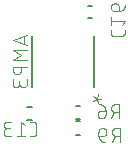
<source format=gbr>
G04 EAGLE Gerber RS-274X export*
G75*
%MOMM*%
%FSLAX34Y34*%
%LPD*%
%INSilkscreen Bottom*%
%IPPOS*%
%AMOC8*
5,1,8,0,0,1.08239X$1,22.5*%
G01*
%ADD10C,0.152400*%
%ADD11C,0.076200*%


D10*
X462868Y736688D02*
X466932Y736688D01*
X466932Y725512D02*
X462868Y725512D01*
D11*
X499485Y725931D02*
X499485Y737869D01*
X496169Y737869D01*
X496055Y737867D01*
X495940Y737861D01*
X495826Y737851D01*
X495713Y737837D01*
X495599Y737820D01*
X495487Y737798D01*
X495375Y737773D01*
X495265Y737743D01*
X495155Y737710D01*
X495047Y737673D01*
X494940Y737633D01*
X494834Y737588D01*
X494730Y737541D01*
X494628Y737489D01*
X494528Y737434D01*
X494429Y737376D01*
X494333Y737314D01*
X494238Y737249D01*
X494147Y737181D01*
X494057Y737109D01*
X493970Y737035D01*
X493886Y736958D01*
X493804Y736877D01*
X493725Y736794D01*
X493649Y736709D01*
X493576Y736620D01*
X493507Y736530D01*
X493440Y736437D01*
X493377Y736341D01*
X493317Y736244D01*
X493260Y736144D01*
X493207Y736043D01*
X493157Y735940D01*
X493111Y735835D01*
X493068Y735729D01*
X493030Y735621D01*
X492995Y735512D01*
X492964Y735402D01*
X492936Y735291D01*
X492913Y735179D01*
X492893Y735066D01*
X492877Y734953D01*
X492865Y734839D01*
X492857Y734725D01*
X492853Y734610D01*
X492853Y734496D01*
X492857Y734381D01*
X492865Y734267D01*
X492877Y734153D01*
X492893Y734040D01*
X492913Y733927D01*
X492936Y733815D01*
X492964Y733704D01*
X492995Y733594D01*
X493030Y733485D01*
X493068Y733377D01*
X493111Y733271D01*
X493157Y733166D01*
X493207Y733063D01*
X493260Y732962D01*
X493317Y732862D01*
X493377Y732765D01*
X493440Y732669D01*
X493507Y732576D01*
X493576Y732486D01*
X493649Y732397D01*
X493725Y732312D01*
X493804Y732229D01*
X493886Y732148D01*
X493970Y732071D01*
X494057Y731997D01*
X494147Y731925D01*
X494238Y731857D01*
X494333Y731792D01*
X494429Y731730D01*
X494528Y731672D01*
X494628Y731617D01*
X494730Y731565D01*
X494834Y731518D01*
X494940Y731473D01*
X495047Y731433D01*
X495155Y731396D01*
X495265Y731363D01*
X495375Y731333D01*
X495487Y731308D01*
X495599Y731286D01*
X495713Y731269D01*
X495826Y731255D01*
X495940Y731245D01*
X496055Y731239D01*
X496169Y731237D01*
X499485Y731237D01*
X495506Y731237D02*
X492853Y725931D01*
X488119Y732563D02*
X484140Y732563D01*
X484038Y732561D01*
X483937Y732555D01*
X483836Y732545D01*
X483735Y732532D01*
X483635Y732514D01*
X483536Y732493D01*
X483437Y732468D01*
X483340Y732439D01*
X483243Y732407D01*
X483148Y732371D01*
X483055Y732331D01*
X482963Y732288D01*
X482873Y732241D01*
X482784Y732190D01*
X482698Y732137D01*
X482614Y732080D01*
X482532Y732020D01*
X482452Y731957D01*
X482375Y731891D01*
X482300Y731822D01*
X482228Y731750D01*
X482159Y731675D01*
X482093Y731598D01*
X482030Y731518D01*
X481970Y731436D01*
X481913Y731352D01*
X481860Y731266D01*
X481809Y731177D01*
X481762Y731087D01*
X481719Y730995D01*
X481679Y730902D01*
X481643Y730807D01*
X481611Y730710D01*
X481582Y730613D01*
X481557Y730515D01*
X481536Y730415D01*
X481518Y730315D01*
X481505Y730214D01*
X481495Y730113D01*
X481489Y730012D01*
X481487Y729910D01*
X481487Y729247D01*
X481489Y729133D01*
X481495Y729018D01*
X481505Y728904D01*
X481519Y728791D01*
X481536Y728677D01*
X481558Y728565D01*
X481583Y728453D01*
X481613Y728343D01*
X481646Y728233D01*
X481683Y728125D01*
X481723Y728018D01*
X481768Y727912D01*
X481815Y727808D01*
X481867Y727706D01*
X481922Y727606D01*
X481980Y727507D01*
X482042Y727411D01*
X482107Y727316D01*
X482175Y727225D01*
X482247Y727135D01*
X482321Y727048D01*
X482398Y726964D01*
X482479Y726882D01*
X482562Y726803D01*
X482647Y726727D01*
X482736Y726654D01*
X482826Y726585D01*
X482919Y726518D01*
X483015Y726455D01*
X483112Y726395D01*
X483212Y726338D01*
X483313Y726285D01*
X483416Y726235D01*
X483521Y726189D01*
X483627Y726146D01*
X483735Y726108D01*
X483844Y726073D01*
X483954Y726042D01*
X484065Y726014D01*
X484177Y725991D01*
X484290Y725971D01*
X484403Y725955D01*
X484517Y725943D01*
X484631Y725935D01*
X484746Y725931D01*
X484860Y725931D01*
X484975Y725935D01*
X485089Y725943D01*
X485203Y725955D01*
X485316Y725971D01*
X485429Y725991D01*
X485541Y726014D01*
X485652Y726042D01*
X485762Y726073D01*
X485871Y726108D01*
X485979Y726146D01*
X486085Y726189D01*
X486190Y726235D01*
X486293Y726285D01*
X486394Y726338D01*
X486494Y726395D01*
X486591Y726455D01*
X486687Y726518D01*
X486780Y726585D01*
X486870Y726654D01*
X486959Y726727D01*
X487044Y726803D01*
X487127Y726882D01*
X487208Y726964D01*
X487285Y727048D01*
X487359Y727135D01*
X487431Y727225D01*
X487499Y727316D01*
X487564Y727411D01*
X487626Y727507D01*
X487684Y727606D01*
X487739Y727706D01*
X487791Y727808D01*
X487838Y727912D01*
X487883Y728018D01*
X487923Y728125D01*
X487960Y728233D01*
X487993Y728343D01*
X488023Y728453D01*
X488048Y728565D01*
X488070Y728677D01*
X488087Y728791D01*
X488101Y728904D01*
X488111Y729018D01*
X488117Y729133D01*
X488119Y729247D01*
X488119Y732563D01*
X488120Y732563D02*
X488118Y732707D01*
X488112Y732850D01*
X488102Y732994D01*
X488089Y733137D01*
X488071Y733279D01*
X488050Y733421D01*
X488025Y733563D01*
X487996Y733704D01*
X487963Y733844D01*
X487927Y733983D01*
X487886Y734120D01*
X487842Y734257D01*
X487795Y734393D01*
X487743Y734527D01*
X487688Y734660D01*
X487630Y734791D01*
X487567Y734921D01*
X487502Y735048D01*
X487433Y735174D01*
X487360Y735299D01*
X487285Y735421D01*
X487206Y735541D01*
X487123Y735658D01*
X487038Y735774D01*
X486950Y735887D01*
X486858Y735998D01*
X486764Y736106D01*
X486666Y736212D01*
X486566Y736315D01*
X486463Y736415D01*
X486357Y736513D01*
X486249Y736607D01*
X486138Y736699D01*
X486025Y736787D01*
X485909Y736872D01*
X485792Y736955D01*
X485672Y737034D01*
X485550Y737109D01*
X485425Y737182D01*
X485299Y737251D01*
X485172Y737316D01*
X485042Y737379D01*
X484911Y737437D01*
X484778Y737492D01*
X484644Y737544D01*
X484508Y737591D01*
X484371Y737635D01*
X484234Y737676D01*
X484095Y737712D01*
X483955Y737745D01*
X483814Y737774D01*
X483672Y737799D01*
X483530Y737820D01*
X483388Y737838D01*
X483245Y737851D01*
X483101Y737861D01*
X482958Y737867D01*
X482814Y737869D01*
D10*
X425784Y752864D02*
X425784Y795536D01*
X478616Y795536D02*
X478616Y752864D01*
D11*
X480592Y742669D02*
X484571Y742669D01*
X480592Y742669D02*
X477607Y744990D01*
X480592Y742669D02*
X477607Y740347D01*
X480592Y742669D02*
X481918Y746316D01*
X480592Y742669D02*
X481918Y739021D01*
X421769Y796185D02*
X409831Y792206D01*
X421769Y788226D01*
X418785Y789221D02*
X418785Y795190D01*
X421769Y783612D02*
X409831Y783612D01*
X416463Y779633D01*
X409831Y775653D01*
X421769Y775653D01*
X421769Y769847D02*
X409831Y769847D01*
X409831Y766531D01*
X409833Y766417D01*
X409839Y766302D01*
X409849Y766188D01*
X409863Y766075D01*
X409880Y765961D01*
X409902Y765849D01*
X409927Y765737D01*
X409957Y765627D01*
X409990Y765517D01*
X410027Y765409D01*
X410067Y765302D01*
X410112Y765196D01*
X410159Y765092D01*
X410211Y764990D01*
X410266Y764890D01*
X410324Y764791D01*
X410386Y764695D01*
X410451Y764600D01*
X410519Y764509D01*
X410591Y764419D01*
X410665Y764332D01*
X410742Y764248D01*
X410823Y764166D01*
X410906Y764087D01*
X410991Y764011D01*
X411080Y763938D01*
X411170Y763869D01*
X411263Y763802D01*
X411359Y763739D01*
X411456Y763679D01*
X411556Y763622D01*
X411657Y763569D01*
X411760Y763519D01*
X411865Y763473D01*
X411971Y763430D01*
X412079Y763392D01*
X412188Y763357D01*
X412298Y763326D01*
X412409Y763298D01*
X412521Y763275D01*
X412634Y763255D01*
X412747Y763239D01*
X412861Y763227D01*
X412975Y763219D01*
X413090Y763215D01*
X413204Y763215D01*
X413319Y763219D01*
X413433Y763227D01*
X413547Y763239D01*
X413660Y763255D01*
X413773Y763275D01*
X413885Y763298D01*
X413996Y763326D01*
X414106Y763357D01*
X414215Y763392D01*
X414323Y763430D01*
X414429Y763473D01*
X414534Y763519D01*
X414637Y763569D01*
X414738Y763622D01*
X414838Y763679D01*
X414935Y763739D01*
X415031Y763802D01*
X415124Y763869D01*
X415214Y763938D01*
X415303Y764011D01*
X415388Y764087D01*
X415471Y764166D01*
X415552Y764248D01*
X415629Y764332D01*
X415703Y764419D01*
X415775Y764509D01*
X415843Y764600D01*
X415908Y764695D01*
X415970Y764791D01*
X416028Y764890D01*
X416083Y764990D01*
X416135Y765092D01*
X416182Y765196D01*
X416227Y765302D01*
X416267Y765409D01*
X416304Y765517D01*
X416337Y765627D01*
X416367Y765737D01*
X416392Y765849D01*
X416414Y765961D01*
X416431Y766075D01*
X416445Y766188D01*
X416455Y766302D01*
X416461Y766417D01*
X416463Y766531D01*
X416463Y769847D01*
X421769Y758946D02*
X421769Y755630D01*
X421767Y755516D01*
X421761Y755401D01*
X421751Y755287D01*
X421737Y755174D01*
X421720Y755060D01*
X421698Y754948D01*
X421673Y754836D01*
X421643Y754726D01*
X421610Y754616D01*
X421573Y754508D01*
X421533Y754401D01*
X421488Y754295D01*
X421441Y754191D01*
X421389Y754089D01*
X421334Y753989D01*
X421276Y753890D01*
X421214Y753794D01*
X421149Y753699D01*
X421081Y753608D01*
X421009Y753518D01*
X420935Y753431D01*
X420858Y753347D01*
X420777Y753265D01*
X420694Y753186D01*
X420609Y753110D01*
X420520Y753037D01*
X420430Y752968D01*
X420337Y752901D01*
X420241Y752838D01*
X420144Y752778D01*
X420044Y752721D01*
X419943Y752668D01*
X419840Y752618D01*
X419735Y752572D01*
X419629Y752529D01*
X419521Y752491D01*
X419412Y752456D01*
X419302Y752425D01*
X419191Y752397D01*
X419079Y752374D01*
X418966Y752354D01*
X418853Y752338D01*
X418739Y752326D01*
X418625Y752318D01*
X418510Y752314D01*
X418396Y752314D01*
X418281Y752318D01*
X418167Y752326D01*
X418053Y752338D01*
X417940Y752354D01*
X417827Y752374D01*
X417715Y752397D01*
X417604Y752425D01*
X417494Y752456D01*
X417385Y752491D01*
X417277Y752529D01*
X417171Y752572D01*
X417066Y752618D01*
X416963Y752668D01*
X416862Y752721D01*
X416762Y752778D01*
X416665Y752838D01*
X416569Y752901D01*
X416476Y752968D01*
X416386Y753037D01*
X416297Y753110D01*
X416212Y753186D01*
X416129Y753265D01*
X416048Y753347D01*
X415971Y753431D01*
X415897Y753518D01*
X415825Y753608D01*
X415757Y753699D01*
X415692Y753794D01*
X415630Y753890D01*
X415572Y753989D01*
X415517Y754089D01*
X415465Y754191D01*
X415418Y754295D01*
X415373Y754401D01*
X415333Y754508D01*
X415296Y754616D01*
X415263Y754726D01*
X415233Y754836D01*
X415208Y754948D01*
X415186Y755060D01*
X415169Y755174D01*
X415155Y755287D01*
X415145Y755401D01*
X415139Y755516D01*
X415137Y755630D01*
X409831Y754967D02*
X409831Y758946D01*
X409831Y754967D02*
X409833Y754865D01*
X409839Y754764D01*
X409849Y754663D01*
X409862Y754562D01*
X409880Y754462D01*
X409901Y754363D01*
X409926Y754264D01*
X409955Y754167D01*
X409987Y754070D01*
X410023Y753975D01*
X410063Y753882D01*
X410106Y753790D01*
X410153Y753700D01*
X410204Y753611D01*
X410257Y753525D01*
X410314Y753441D01*
X410374Y753359D01*
X410437Y753279D01*
X410503Y753202D01*
X410572Y753127D01*
X410644Y753055D01*
X410719Y752986D01*
X410796Y752920D01*
X410876Y752857D01*
X410958Y752797D01*
X411042Y752740D01*
X411128Y752687D01*
X411217Y752636D01*
X411307Y752589D01*
X411399Y752546D01*
X411492Y752506D01*
X411587Y752470D01*
X411684Y752438D01*
X411781Y752409D01*
X411880Y752384D01*
X411979Y752363D01*
X412079Y752345D01*
X412180Y752332D01*
X412281Y752322D01*
X412382Y752316D01*
X412484Y752314D01*
X412586Y752316D01*
X412687Y752322D01*
X412788Y752332D01*
X412889Y752345D01*
X412989Y752363D01*
X413088Y752384D01*
X413187Y752409D01*
X413284Y752438D01*
X413381Y752470D01*
X413476Y752506D01*
X413569Y752546D01*
X413661Y752589D01*
X413751Y752636D01*
X413840Y752687D01*
X413926Y752740D01*
X414010Y752797D01*
X414092Y752857D01*
X414172Y752920D01*
X414249Y752986D01*
X414324Y753055D01*
X414396Y753127D01*
X414465Y753202D01*
X414531Y753279D01*
X414594Y753359D01*
X414654Y753441D01*
X414711Y753525D01*
X414764Y753611D01*
X414815Y753700D01*
X414862Y753790D01*
X414905Y753882D01*
X414945Y753975D01*
X414981Y754070D01*
X415013Y754167D01*
X415042Y754264D01*
X415067Y754363D01*
X415088Y754462D01*
X415106Y754562D01*
X415119Y754663D01*
X415129Y754764D01*
X415135Y754865D01*
X415137Y754967D01*
X415137Y757619D01*
D10*
X462768Y712312D02*
X466832Y712312D01*
X466832Y723488D02*
X462768Y723488D01*
D11*
X500185Y717869D02*
X500185Y705931D01*
X500185Y717869D02*
X496869Y717869D01*
X496755Y717867D01*
X496640Y717861D01*
X496526Y717851D01*
X496413Y717837D01*
X496299Y717820D01*
X496187Y717798D01*
X496075Y717773D01*
X495965Y717743D01*
X495855Y717710D01*
X495747Y717673D01*
X495640Y717633D01*
X495534Y717588D01*
X495430Y717541D01*
X495328Y717489D01*
X495228Y717434D01*
X495129Y717376D01*
X495033Y717314D01*
X494938Y717249D01*
X494847Y717181D01*
X494757Y717109D01*
X494670Y717035D01*
X494586Y716958D01*
X494504Y716877D01*
X494425Y716794D01*
X494349Y716709D01*
X494276Y716620D01*
X494207Y716530D01*
X494140Y716437D01*
X494077Y716341D01*
X494017Y716244D01*
X493960Y716144D01*
X493907Y716043D01*
X493857Y715940D01*
X493811Y715835D01*
X493768Y715729D01*
X493730Y715621D01*
X493695Y715512D01*
X493664Y715402D01*
X493636Y715291D01*
X493613Y715179D01*
X493593Y715066D01*
X493577Y714953D01*
X493565Y714839D01*
X493557Y714725D01*
X493553Y714610D01*
X493553Y714496D01*
X493557Y714381D01*
X493565Y714267D01*
X493577Y714153D01*
X493593Y714040D01*
X493613Y713927D01*
X493636Y713815D01*
X493664Y713704D01*
X493695Y713594D01*
X493730Y713485D01*
X493768Y713377D01*
X493811Y713271D01*
X493857Y713166D01*
X493907Y713063D01*
X493960Y712962D01*
X494017Y712862D01*
X494077Y712765D01*
X494140Y712669D01*
X494207Y712576D01*
X494276Y712486D01*
X494349Y712397D01*
X494425Y712312D01*
X494504Y712229D01*
X494586Y712148D01*
X494670Y712071D01*
X494757Y711997D01*
X494847Y711925D01*
X494938Y711857D01*
X495033Y711792D01*
X495129Y711730D01*
X495228Y711672D01*
X495328Y711617D01*
X495430Y711565D01*
X495534Y711518D01*
X495640Y711473D01*
X495747Y711433D01*
X495855Y711396D01*
X495965Y711363D01*
X496075Y711333D01*
X496187Y711308D01*
X496299Y711286D01*
X496413Y711269D01*
X496526Y711255D01*
X496640Y711245D01*
X496755Y711239D01*
X496869Y711237D01*
X500185Y711237D01*
X496206Y711237D02*
X493553Y705931D01*
X486167Y711237D02*
X482187Y711237D01*
X486167Y711237D02*
X486269Y711239D01*
X486370Y711245D01*
X486471Y711255D01*
X486572Y711268D01*
X486672Y711286D01*
X486771Y711307D01*
X486870Y711332D01*
X486967Y711361D01*
X487064Y711393D01*
X487159Y711429D01*
X487252Y711469D01*
X487344Y711512D01*
X487434Y711559D01*
X487523Y711610D01*
X487609Y711663D01*
X487693Y711720D01*
X487775Y711780D01*
X487855Y711843D01*
X487932Y711909D01*
X488007Y711978D01*
X488079Y712050D01*
X488148Y712125D01*
X488214Y712202D01*
X488277Y712282D01*
X488337Y712364D01*
X488394Y712448D01*
X488447Y712534D01*
X488498Y712623D01*
X488545Y712713D01*
X488588Y712805D01*
X488628Y712898D01*
X488664Y712993D01*
X488696Y713090D01*
X488725Y713187D01*
X488750Y713286D01*
X488771Y713385D01*
X488789Y713485D01*
X488802Y713586D01*
X488812Y713687D01*
X488818Y713788D01*
X488820Y713890D01*
X488819Y713890D02*
X488819Y714553D01*
X488817Y714667D01*
X488811Y714782D01*
X488801Y714896D01*
X488787Y715009D01*
X488770Y715123D01*
X488748Y715235D01*
X488723Y715347D01*
X488693Y715457D01*
X488660Y715567D01*
X488623Y715675D01*
X488583Y715782D01*
X488538Y715888D01*
X488491Y715992D01*
X488439Y716094D01*
X488384Y716194D01*
X488326Y716293D01*
X488264Y716389D01*
X488199Y716484D01*
X488131Y716575D01*
X488059Y716665D01*
X487985Y716752D01*
X487908Y716836D01*
X487827Y716918D01*
X487744Y716997D01*
X487659Y717073D01*
X487570Y717146D01*
X487480Y717215D01*
X487387Y717282D01*
X487291Y717345D01*
X487194Y717405D01*
X487094Y717462D01*
X486993Y717515D01*
X486890Y717565D01*
X486785Y717611D01*
X486679Y717654D01*
X486571Y717692D01*
X486462Y717727D01*
X486352Y717758D01*
X486241Y717786D01*
X486129Y717809D01*
X486016Y717829D01*
X485903Y717845D01*
X485789Y717857D01*
X485675Y717865D01*
X485560Y717869D01*
X485446Y717869D01*
X485331Y717865D01*
X485217Y717857D01*
X485103Y717845D01*
X484990Y717829D01*
X484877Y717809D01*
X484765Y717786D01*
X484654Y717758D01*
X484544Y717727D01*
X484435Y717692D01*
X484327Y717654D01*
X484221Y717611D01*
X484116Y717565D01*
X484013Y717515D01*
X483912Y717462D01*
X483812Y717405D01*
X483715Y717345D01*
X483619Y717282D01*
X483526Y717215D01*
X483436Y717146D01*
X483347Y717073D01*
X483262Y716997D01*
X483179Y716918D01*
X483098Y716836D01*
X483021Y716752D01*
X482947Y716665D01*
X482875Y716575D01*
X482807Y716484D01*
X482742Y716389D01*
X482680Y716293D01*
X482622Y716194D01*
X482567Y716094D01*
X482515Y715992D01*
X482468Y715888D01*
X482423Y715782D01*
X482383Y715675D01*
X482346Y715567D01*
X482313Y715457D01*
X482283Y715347D01*
X482258Y715235D01*
X482236Y715123D01*
X482219Y715009D01*
X482205Y714896D01*
X482195Y714782D01*
X482189Y714667D01*
X482187Y714553D01*
X482187Y711237D01*
X482189Y711093D01*
X482195Y710950D01*
X482205Y710806D01*
X482218Y710663D01*
X482236Y710521D01*
X482257Y710379D01*
X482282Y710237D01*
X482311Y710096D01*
X482344Y709956D01*
X482380Y709817D01*
X482421Y709680D01*
X482465Y709543D01*
X482512Y709407D01*
X482564Y709273D01*
X482619Y709140D01*
X482677Y709009D01*
X482740Y708879D01*
X482805Y708752D01*
X482874Y708626D01*
X482947Y708501D01*
X483022Y708379D01*
X483101Y708259D01*
X483184Y708141D01*
X483269Y708026D01*
X483357Y707913D01*
X483449Y707802D01*
X483543Y707694D01*
X483641Y707588D01*
X483741Y707485D01*
X483844Y707385D01*
X483950Y707287D01*
X484058Y707193D01*
X484169Y707101D01*
X484282Y707013D01*
X484398Y706928D01*
X484515Y706845D01*
X484635Y706766D01*
X484757Y706691D01*
X484882Y706618D01*
X485008Y706549D01*
X485136Y706483D01*
X485265Y706421D01*
X485396Y706363D01*
X485529Y706308D01*
X485663Y706256D01*
X485799Y706209D01*
X485936Y706165D01*
X486074Y706124D01*
X486212Y706088D01*
X486352Y706055D01*
X486493Y706026D01*
X486635Y706001D01*
X486777Y705980D01*
X486919Y705962D01*
X487062Y705949D01*
X487206Y705939D01*
X487349Y705933D01*
X487493Y705931D01*
D10*
X426032Y724666D02*
X421968Y724666D01*
X421968Y735334D02*
X426032Y735334D01*
D11*
X426732Y711031D02*
X424079Y711031D01*
X426732Y711031D02*
X426834Y711033D01*
X426935Y711039D01*
X427036Y711049D01*
X427137Y711062D01*
X427237Y711080D01*
X427336Y711101D01*
X427435Y711126D01*
X427532Y711155D01*
X427629Y711187D01*
X427724Y711223D01*
X427817Y711263D01*
X427909Y711306D01*
X427999Y711353D01*
X428088Y711404D01*
X428174Y711457D01*
X428258Y711514D01*
X428340Y711574D01*
X428420Y711637D01*
X428497Y711703D01*
X428572Y711772D01*
X428644Y711844D01*
X428713Y711919D01*
X428779Y711996D01*
X428842Y712076D01*
X428902Y712158D01*
X428959Y712242D01*
X429012Y712328D01*
X429063Y712417D01*
X429110Y712507D01*
X429153Y712599D01*
X429193Y712692D01*
X429229Y712787D01*
X429261Y712884D01*
X429290Y712981D01*
X429315Y713080D01*
X429336Y713179D01*
X429354Y713279D01*
X429367Y713380D01*
X429377Y713481D01*
X429383Y713582D01*
X429385Y713684D01*
X429385Y720316D01*
X429383Y720418D01*
X429377Y720519D01*
X429367Y720620D01*
X429354Y720721D01*
X429336Y720821D01*
X429315Y720920D01*
X429290Y721019D01*
X429261Y721116D01*
X429229Y721213D01*
X429193Y721308D01*
X429153Y721401D01*
X429110Y721493D01*
X429063Y721583D01*
X429012Y721672D01*
X428959Y721758D01*
X428902Y721842D01*
X428842Y721924D01*
X428779Y722004D01*
X428713Y722081D01*
X428644Y722156D01*
X428572Y722228D01*
X428497Y722297D01*
X428420Y722363D01*
X428340Y722426D01*
X428258Y722486D01*
X428174Y722543D01*
X428088Y722596D01*
X427999Y722647D01*
X427909Y722694D01*
X427817Y722737D01*
X427724Y722777D01*
X427629Y722813D01*
X427532Y722845D01*
X427435Y722874D01*
X427336Y722899D01*
X427237Y722920D01*
X427137Y722938D01*
X427036Y722951D01*
X426935Y722961D01*
X426834Y722967D01*
X426732Y722969D01*
X424079Y722969D01*
X419831Y720316D02*
X416515Y722969D01*
X416515Y711031D01*
X419831Y711031D02*
X413199Y711031D01*
X408401Y711031D02*
X405085Y711031D01*
X404971Y711033D01*
X404856Y711039D01*
X404742Y711049D01*
X404629Y711063D01*
X404515Y711080D01*
X404403Y711102D01*
X404291Y711127D01*
X404181Y711157D01*
X404071Y711190D01*
X403963Y711227D01*
X403856Y711267D01*
X403750Y711312D01*
X403646Y711359D01*
X403544Y711411D01*
X403444Y711466D01*
X403345Y711524D01*
X403249Y711586D01*
X403154Y711651D01*
X403063Y711719D01*
X402973Y711791D01*
X402886Y711865D01*
X402802Y711942D01*
X402720Y712023D01*
X402641Y712106D01*
X402565Y712191D01*
X402492Y712280D01*
X402423Y712370D01*
X402356Y712463D01*
X402293Y712559D01*
X402233Y712656D01*
X402176Y712756D01*
X402123Y712857D01*
X402073Y712960D01*
X402027Y713065D01*
X401984Y713171D01*
X401946Y713279D01*
X401911Y713388D01*
X401880Y713498D01*
X401852Y713609D01*
X401829Y713721D01*
X401809Y713834D01*
X401793Y713947D01*
X401781Y714061D01*
X401773Y714175D01*
X401769Y714290D01*
X401769Y714404D01*
X401773Y714519D01*
X401781Y714633D01*
X401793Y714747D01*
X401809Y714860D01*
X401829Y714973D01*
X401852Y715085D01*
X401880Y715196D01*
X401911Y715306D01*
X401946Y715415D01*
X401984Y715523D01*
X402027Y715629D01*
X402073Y715734D01*
X402123Y715837D01*
X402176Y715938D01*
X402233Y716038D01*
X402293Y716135D01*
X402356Y716231D01*
X402423Y716324D01*
X402492Y716414D01*
X402565Y716503D01*
X402641Y716588D01*
X402720Y716671D01*
X402802Y716752D01*
X402886Y716829D01*
X402973Y716903D01*
X403063Y716975D01*
X403154Y717043D01*
X403249Y717108D01*
X403345Y717170D01*
X403444Y717228D01*
X403544Y717283D01*
X403646Y717335D01*
X403750Y717382D01*
X403856Y717427D01*
X403963Y717467D01*
X404071Y717504D01*
X404181Y717537D01*
X404291Y717567D01*
X404403Y717592D01*
X404515Y717614D01*
X404629Y717631D01*
X404742Y717645D01*
X404856Y717655D01*
X404971Y717661D01*
X405085Y717663D01*
X404422Y722969D02*
X408401Y722969D01*
X404422Y722969D02*
X404320Y722967D01*
X404219Y722961D01*
X404118Y722951D01*
X404017Y722938D01*
X403917Y722920D01*
X403818Y722899D01*
X403719Y722874D01*
X403622Y722845D01*
X403525Y722813D01*
X403430Y722777D01*
X403337Y722737D01*
X403245Y722694D01*
X403155Y722647D01*
X403066Y722596D01*
X402980Y722543D01*
X402896Y722486D01*
X402814Y722426D01*
X402734Y722363D01*
X402657Y722297D01*
X402582Y722228D01*
X402510Y722156D01*
X402441Y722081D01*
X402375Y722004D01*
X402312Y721924D01*
X402252Y721842D01*
X402195Y721758D01*
X402142Y721672D01*
X402091Y721583D01*
X402044Y721493D01*
X402001Y721401D01*
X401961Y721308D01*
X401925Y721213D01*
X401893Y721116D01*
X401864Y721019D01*
X401839Y720920D01*
X401818Y720821D01*
X401800Y720721D01*
X401787Y720620D01*
X401777Y720519D01*
X401771Y720418D01*
X401769Y720316D01*
X401771Y720214D01*
X401777Y720113D01*
X401787Y720012D01*
X401800Y719911D01*
X401818Y719811D01*
X401839Y719712D01*
X401864Y719613D01*
X401893Y719516D01*
X401925Y719419D01*
X401961Y719324D01*
X402001Y719231D01*
X402044Y719139D01*
X402091Y719049D01*
X402142Y718960D01*
X402195Y718874D01*
X402252Y718790D01*
X402312Y718708D01*
X402375Y718628D01*
X402441Y718551D01*
X402510Y718476D01*
X402582Y718404D01*
X402657Y718335D01*
X402734Y718269D01*
X402814Y718206D01*
X402896Y718146D01*
X402980Y718089D01*
X403066Y718036D01*
X403155Y717985D01*
X403245Y717938D01*
X403337Y717895D01*
X403430Y717855D01*
X403525Y717819D01*
X403622Y717787D01*
X403719Y717758D01*
X403818Y717733D01*
X403917Y717712D01*
X404017Y717694D01*
X404118Y717681D01*
X404219Y717671D01*
X404320Y717665D01*
X404422Y717663D01*
X407075Y717663D01*
D10*
X472968Y821334D02*
X477032Y821334D01*
X477032Y810666D02*
X472968Y810666D01*
D11*
X492615Y801037D02*
X492615Y798384D01*
X492617Y798282D01*
X492623Y798181D01*
X492633Y798080D01*
X492646Y797979D01*
X492664Y797879D01*
X492685Y797780D01*
X492710Y797681D01*
X492739Y797584D01*
X492771Y797487D01*
X492807Y797392D01*
X492847Y797299D01*
X492890Y797207D01*
X492937Y797117D01*
X492988Y797028D01*
X493041Y796942D01*
X493098Y796858D01*
X493158Y796776D01*
X493221Y796696D01*
X493287Y796619D01*
X493356Y796544D01*
X493428Y796472D01*
X493503Y796403D01*
X493580Y796337D01*
X493660Y796274D01*
X493742Y796214D01*
X493826Y796157D01*
X493912Y796104D01*
X494001Y796053D01*
X494091Y796006D01*
X494183Y795963D01*
X494276Y795923D01*
X494371Y795887D01*
X494468Y795855D01*
X494565Y795826D01*
X494664Y795801D01*
X494763Y795780D01*
X494863Y795762D01*
X494964Y795749D01*
X495065Y795739D01*
X495166Y795733D01*
X495268Y795731D01*
X501900Y795731D01*
X502002Y795733D01*
X502103Y795739D01*
X502204Y795749D01*
X502305Y795762D01*
X502405Y795780D01*
X502504Y795801D01*
X502603Y795826D01*
X502700Y795855D01*
X502797Y795887D01*
X502892Y795923D01*
X502985Y795963D01*
X503077Y796006D01*
X503167Y796053D01*
X503256Y796104D01*
X503342Y796157D01*
X503426Y796214D01*
X503508Y796274D01*
X503588Y796337D01*
X503665Y796403D01*
X503740Y796472D01*
X503812Y796544D01*
X503881Y796619D01*
X503947Y796696D01*
X504010Y796776D01*
X504070Y796858D01*
X504127Y796942D01*
X504180Y797028D01*
X504231Y797117D01*
X504278Y797207D01*
X504321Y797299D01*
X504361Y797392D01*
X504397Y797487D01*
X504429Y797584D01*
X504458Y797681D01*
X504483Y797779D01*
X504504Y797879D01*
X504522Y797979D01*
X504535Y798080D01*
X504545Y798181D01*
X504551Y798282D01*
X504553Y798384D01*
X504553Y801037D01*
X501900Y805285D02*
X504553Y808601D01*
X492615Y808601D01*
X492615Y805285D02*
X492615Y811917D01*
X499247Y816715D02*
X499247Y820694D01*
X499245Y820796D01*
X499239Y820897D01*
X499229Y820998D01*
X499216Y821099D01*
X499198Y821199D01*
X499177Y821298D01*
X499152Y821397D01*
X499123Y821494D01*
X499091Y821591D01*
X499055Y821686D01*
X499015Y821779D01*
X498972Y821871D01*
X498925Y821961D01*
X498874Y822050D01*
X498821Y822136D01*
X498764Y822220D01*
X498704Y822302D01*
X498641Y822382D01*
X498575Y822459D01*
X498506Y822534D01*
X498434Y822606D01*
X498359Y822675D01*
X498282Y822741D01*
X498202Y822804D01*
X498120Y822864D01*
X498036Y822921D01*
X497950Y822974D01*
X497861Y823025D01*
X497771Y823072D01*
X497679Y823115D01*
X497586Y823155D01*
X497491Y823191D01*
X497394Y823223D01*
X497297Y823252D01*
X497198Y823277D01*
X497099Y823298D01*
X496999Y823316D01*
X496898Y823329D01*
X496797Y823339D01*
X496696Y823345D01*
X496594Y823347D01*
X495931Y823347D01*
X495817Y823345D01*
X495702Y823339D01*
X495588Y823329D01*
X495475Y823315D01*
X495361Y823298D01*
X495249Y823276D01*
X495137Y823251D01*
X495027Y823221D01*
X494917Y823188D01*
X494809Y823151D01*
X494702Y823111D01*
X494596Y823066D01*
X494492Y823019D01*
X494390Y822967D01*
X494290Y822912D01*
X494191Y822854D01*
X494095Y822792D01*
X494000Y822727D01*
X493909Y822659D01*
X493819Y822587D01*
X493732Y822513D01*
X493648Y822436D01*
X493566Y822355D01*
X493487Y822272D01*
X493411Y822187D01*
X493338Y822098D01*
X493269Y822008D01*
X493202Y821915D01*
X493139Y821819D01*
X493079Y821722D01*
X493022Y821622D01*
X492969Y821521D01*
X492919Y821418D01*
X492873Y821313D01*
X492830Y821207D01*
X492792Y821099D01*
X492757Y820990D01*
X492726Y820880D01*
X492698Y820769D01*
X492675Y820657D01*
X492655Y820544D01*
X492639Y820431D01*
X492627Y820317D01*
X492619Y820203D01*
X492615Y820088D01*
X492615Y819974D01*
X492619Y819859D01*
X492627Y819745D01*
X492639Y819631D01*
X492655Y819518D01*
X492675Y819405D01*
X492698Y819293D01*
X492726Y819182D01*
X492757Y819072D01*
X492792Y818963D01*
X492830Y818855D01*
X492873Y818749D01*
X492919Y818644D01*
X492969Y818541D01*
X493022Y818440D01*
X493079Y818340D01*
X493139Y818243D01*
X493202Y818147D01*
X493269Y818054D01*
X493338Y817964D01*
X493411Y817875D01*
X493487Y817790D01*
X493566Y817707D01*
X493648Y817626D01*
X493732Y817549D01*
X493819Y817475D01*
X493909Y817403D01*
X494000Y817335D01*
X494095Y817270D01*
X494191Y817208D01*
X494290Y817150D01*
X494390Y817095D01*
X494492Y817043D01*
X494596Y816996D01*
X494702Y816951D01*
X494809Y816911D01*
X494917Y816874D01*
X495027Y816841D01*
X495137Y816811D01*
X495249Y816786D01*
X495361Y816764D01*
X495475Y816747D01*
X495588Y816733D01*
X495702Y816723D01*
X495817Y816717D01*
X495931Y816715D01*
X499247Y816715D01*
X499391Y816717D01*
X499534Y816723D01*
X499678Y816733D01*
X499821Y816746D01*
X499963Y816764D01*
X500105Y816785D01*
X500247Y816810D01*
X500388Y816839D01*
X500528Y816872D01*
X500667Y816908D01*
X500804Y816949D01*
X500941Y816993D01*
X501077Y817040D01*
X501211Y817092D01*
X501344Y817147D01*
X501475Y817205D01*
X501605Y817267D01*
X501732Y817333D01*
X501858Y817402D01*
X501983Y817475D01*
X502105Y817550D01*
X502225Y817629D01*
X502342Y817712D01*
X502458Y817797D01*
X502571Y817885D01*
X502682Y817977D01*
X502790Y818071D01*
X502896Y818169D01*
X502999Y818269D01*
X503099Y818372D01*
X503197Y818478D01*
X503291Y818586D01*
X503383Y818697D01*
X503471Y818810D01*
X503556Y818925D01*
X503639Y819043D01*
X503718Y819163D01*
X503793Y819285D01*
X503866Y819410D01*
X503935Y819536D01*
X504000Y819663D01*
X504063Y819793D01*
X504121Y819924D01*
X504176Y820057D01*
X504228Y820191D01*
X504275Y820327D01*
X504319Y820464D01*
X504360Y820601D01*
X504396Y820740D01*
X504429Y820880D01*
X504458Y821021D01*
X504483Y821163D01*
X504504Y821305D01*
X504522Y821447D01*
X504535Y821590D01*
X504545Y821734D01*
X504551Y821877D01*
X504553Y822021D01*
M02*

</source>
